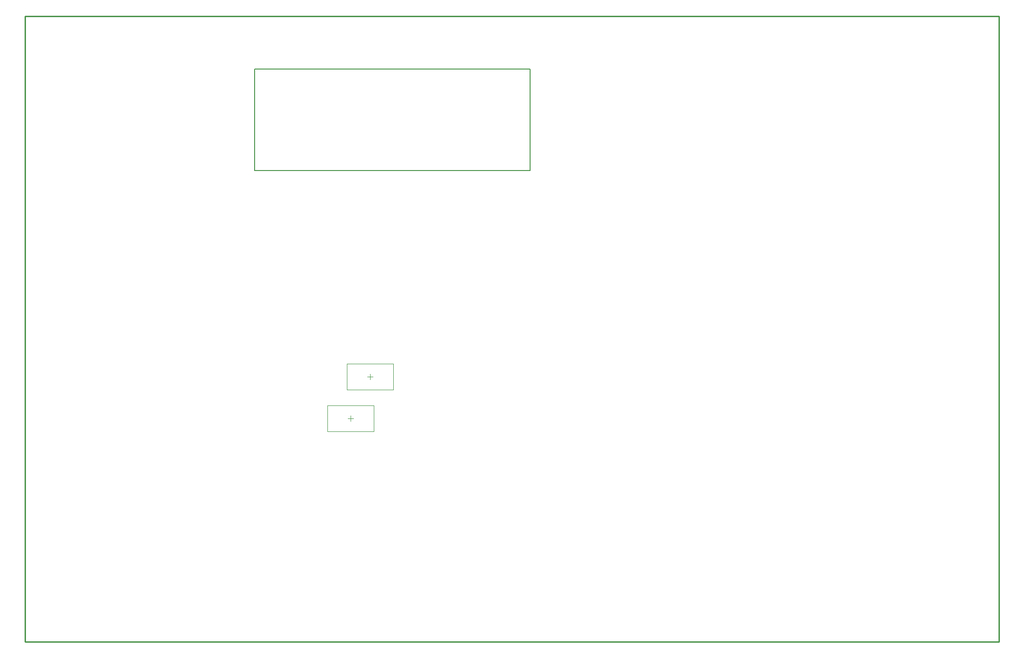
<source format=gm1>
G04*
G04 #@! TF.GenerationSoftware,Altium Limited,Altium Designer,22.8.2 (66)*
G04*
G04 Layer_Color=16711935*
%FSLAX25Y25*%
%MOIN*%
G70*
G04*
G04 #@! TF.SameCoordinates,BEF1E4EC-90C0-4ACD-898C-557356F843F1*
G04*
G04*
G04 #@! TF.FilePolarity,Positive*
G04*
G01*
G75*
%ADD14C,0.01000*%
%ADD16C,0.00500*%
%ADD19C,0.00197*%
%ADD20C,0.00394*%
D14*
X0Y0D02*
X700000D01*
Y450000D01*
X0D02*
X700000D01*
X0Y0D02*
Y450000D01*
D16*
X164941Y338764D02*
Y411756D01*
Y338764D02*
X362933D01*
Y411756D01*
X164941D02*
X362933D01*
X164941Y338764D02*
Y411756D01*
Y338764D02*
X362933D01*
Y411756D01*
X164941D02*
X362933D01*
D19*
X217465Y151285D02*
Y169789D01*
X250535Y151285D02*
Y169789D01*
X217465D02*
X250535D01*
X217465Y151285D02*
X250535D01*
X231465Y181285D02*
Y199789D01*
X264535Y181285D02*
Y199789D01*
X231465D02*
X264535D01*
X231465Y181285D02*
X264535D01*
D20*
X232031Y160537D02*
X235968D01*
X234000Y158569D02*
Y162505D01*
X246031Y190537D02*
X249969D01*
X248000Y188568D02*
Y192506D01*
M02*

</source>
